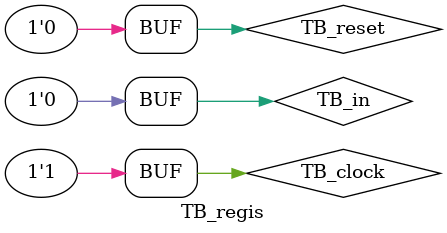
<source format=v>
/*
Testbench para o MODULO registrador deslocador de 4 bits

    module registrador(Q3,Q2,Q1,Q0,in,reset,clock) com:

	 ENTRADAS:
	 in,reset,clock

	 SAÍDAS:
	 A, B, C, D
*/



module TB_regis;
 
	reg TB_reset, TB_clock, TB_in;
	wire TB_Q3,TB_Q2,TB_Q1,TB_Q0;


// parameter stop_time = 1000;
// initial # stop_time ;

// module registrador_naobloqueante(clock, reset, entrada, A, B, C, D,)
    registrador_naobloqueante dut(TB_clock, TB_reset, TB_in, TB_Q3, TB_Q2, TB_Q1, TB_Q0);
	  
  initial
  begin
	TB_reset = 1'b0;		TB_clock = 1'b0;    	TB_in = 1'b0;	 #20
	TB_reset = 1'b1;		TB_clock = 1'b1;  	TB_in = 1'b0; 	 #20
	TB_reset = 1'b0;		TB_clock = 1'b0;  	TB_in = 1'b1; 	 #20
	TB_reset = 1'b0;		TB_clock = 1'b1;  	TB_in = 1'b1; 	 #20
	TB_reset = 1'b0;		TB_clock = 1'b0;  	TB_in = 1'b0; 	 #20
	TB_reset = 1'b0;		TB_clock = 1'b1;  	TB_in = 1'b0;	 #20
	TB_reset = 1'b0;		TB_clock = 1'b0; 		TB_in = 1'b0;	 #20
	TB_reset = 1'b0;		TB_clock = 1'b1;  	TB_in = 1'b0;	 #20
	TB_reset = 1'b0;		TB_clock = 1'b0; 	 	TB_in = 1'b0;	 #20
	TB_reset = 1'b0;		TB_clock = 1'b1; 		TB_in = 1'b0;	 #20
   TB_reset = 1'b0;		TB_clock = 1'b0; 	 	TB_in = 1'b0;	 #20
	TB_reset = 1'b0;		TB_clock = 1'b1; 		TB_in = 1'b0;	 #20
	TB_reset = 1'b0;		TB_clock = 1'b0; 	 	TB_in = 1'b0;	 #20
	TB_reset = 1'b0;		TB_clock = 1'b1; 		TB_in = 1'b0;	 #20;
end


//always 
//begin
 // #35  TB_clock =  !TB_clock ; 
  
  //#10    TB_in = !   TB_in;
 
 // end
endmodule



</source>
